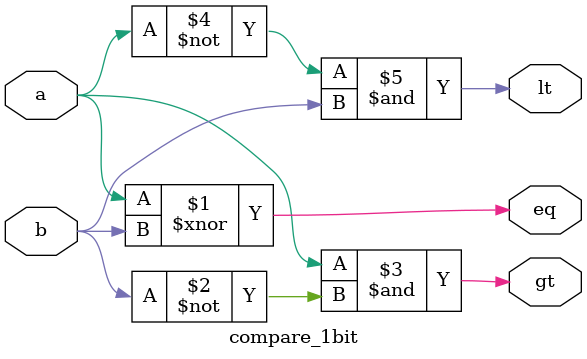
<source format=sv>
module compare_1bit (
   input  logic a,
   input  logic b,

   output logic eq,
   output logic lt,
   output logic gt
);
assign eq = a~^b;
assign gt = a&(~b);
assign lt = (~a)&b;
endmodule

</source>
